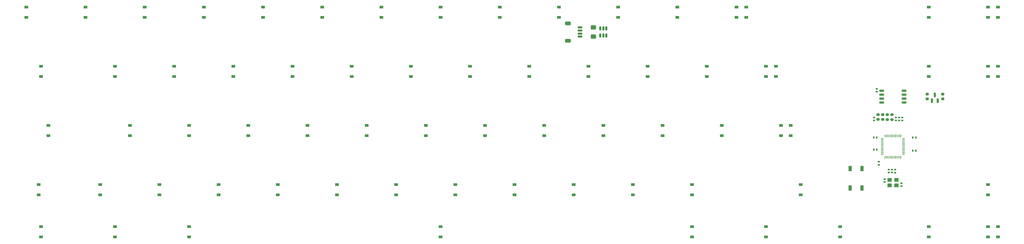
<source format=gbp>
G04 #@! TF.GenerationSoftware,KiCad,Pcbnew,(6.0.8)*
G04 #@! TF.CreationDate,2022-11-13T23:10:32+08:00*
G04 #@! TF.ProjectId,SI_FRL,53495f46-524c-42e6-9b69-6361645f7063,rev?*
G04 #@! TF.SameCoordinates,Original*
G04 #@! TF.FileFunction,Paste,Bot*
G04 #@! TF.FilePolarity,Positive*
%FSLAX46Y46*%
G04 Gerber Fmt 4.6, Leading zero omitted, Abs format (unit mm)*
G04 Created by KiCad (PCBNEW (6.0.8)) date 2022-11-13 23:10:32*
%MOMM*%
%LPD*%
G01*
G04 APERTURE LIST*
G04 Aperture macros list*
%AMRoundRect*
0 Rectangle with rounded corners*
0 $1 Rounding radius*
0 $2 $3 $4 $5 $6 $7 $8 $9 X,Y pos of 4 corners*
0 Add a 4 corners polygon primitive as box body*
4,1,4,$2,$3,$4,$5,$6,$7,$8,$9,$2,$3,0*
0 Add four circle primitives for the rounded corners*
1,1,$1+$1,$2,$3*
1,1,$1+$1,$4,$5*
1,1,$1+$1,$6,$7*
1,1,$1+$1,$8,$9*
0 Add four rect primitives between the rounded corners*
20,1,$1+$1,$2,$3,$4,$5,0*
20,1,$1+$1,$4,$5,$6,$7,0*
20,1,$1+$1,$6,$7,$8,$9,0*
20,1,$1+$1,$8,$9,$2,$3,0*%
G04 Aperture macros list end*
%ADD10R,1.200000X0.900000*%
%ADD11RoundRect,0.140000X-0.140000X-0.170000X0.140000X-0.170000X0.140000X0.170000X-0.140000X0.170000X0*%
%ADD12RoundRect,0.225000X0.250000X-0.225000X0.250000X0.225000X-0.250000X0.225000X-0.250000X-0.225000X0*%
%ADD13RoundRect,0.140000X0.140000X0.170000X-0.140000X0.170000X-0.140000X-0.170000X0.140000X-0.170000X0*%
%ADD14RoundRect,0.140000X-0.170000X0.140000X-0.170000X-0.140000X0.170000X-0.140000X0.170000X0.140000X0*%
%ADD15RoundRect,0.140000X0.170000X-0.140000X0.170000X0.140000X-0.170000X0.140000X-0.170000X-0.140000X0*%
%ADD16RoundRect,0.150000X0.150000X-0.587500X0.150000X0.587500X-0.150000X0.587500X-0.150000X-0.587500X0*%
%ADD17RoundRect,0.250001X-0.624999X0.462499X-0.624999X-0.462499X0.624999X-0.462499X0.624999X0.462499X0*%
%ADD18R,1.400000X1.200000*%
%ADD19R,1.000000X1.700000*%
%ADD20RoundRect,0.135000X-0.185000X0.135000X-0.185000X-0.135000X0.185000X-0.135000X0.185000X0.135000X0*%
%ADD21RoundRect,0.200000X0.275000X-0.200000X0.275000X0.200000X-0.275000X0.200000X-0.275000X-0.200000X0*%
%ADD22RoundRect,0.150000X0.150000X-0.512500X0.150000X0.512500X-0.150000X0.512500X-0.150000X-0.512500X0*%
%ADD23RoundRect,0.150000X0.650000X0.150000X-0.650000X0.150000X-0.650000X-0.150000X0.650000X-0.150000X0*%
%ADD24RoundRect,0.150000X0.625000X-0.150000X0.625000X0.150000X-0.625000X0.150000X-0.625000X-0.150000X0*%
%ADD25RoundRect,0.250000X0.650000X-0.350000X0.650000X0.350000X-0.650000X0.350000X-0.650000X-0.350000X0*%
%ADD26RoundRect,0.050000X0.387500X0.050000X-0.387500X0.050000X-0.387500X-0.050000X0.387500X-0.050000X0*%
%ADD27RoundRect,0.050000X0.050000X0.387500X-0.050000X0.387500X-0.050000X-0.387500X0.050000X-0.387500X0*%
%ADD28RoundRect,0.200000X-0.275000X0.200000X-0.275000X-0.200000X0.275000X-0.200000X0.275000X0.200000X0*%
G04 APERTURE END LIST*
D10*
X222250000Y-64356250D03*
X222250000Y-61056250D03*
X93662500Y-26256250D03*
X93662500Y-22956250D03*
X136525000Y-45306250D03*
X136525000Y-42006250D03*
X15081250Y-45306250D03*
X15081250Y-42006250D03*
D11*
X293320000Y-50100000D03*
X294280000Y-50100000D03*
D10*
X150812500Y-26256250D03*
X150812500Y-22956250D03*
X250825000Y-45306250D03*
X250825000Y-42006250D03*
X193675000Y-45306250D03*
X193675000Y-42006250D03*
X179387500Y-7206250D03*
X179387500Y-3906250D03*
D12*
X283600000Y-40075000D03*
X283600000Y-38525000D03*
D13*
X281680000Y-45900000D03*
X280720000Y-45900000D03*
D14*
X285600000Y-56220000D03*
X285600000Y-57180000D03*
D10*
X74612500Y-26256250D03*
X74612500Y-22956250D03*
X317500000Y-7206250D03*
X317500000Y-3906250D03*
X7937500Y-7206250D03*
X7937500Y-3906250D03*
X298450000Y-7206250D03*
X298450000Y-3906250D03*
X26987500Y-7206250D03*
X26987500Y-3906250D03*
D15*
X287900000Y-40380000D03*
X287900000Y-39420000D03*
D10*
X269875000Y-77850000D03*
X269875000Y-74550000D03*
X217487500Y-7206250D03*
X217487500Y-3906250D03*
X36512500Y-77850000D03*
X36512500Y-74550000D03*
X212725000Y-45306250D03*
X212725000Y-42006250D03*
D14*
X286600000Y-56220000D03*
X286600000Y-57180000D03*
D10*
X141287500Y-77850000D03*
X141287500Y-74550000D03*
X60325000Y-45306250D03*
X60325000Y-42006250D03*
X320675000Y-7206250D03*
X320675000Y-3906250D03*
X320675000Y-26256250D03*
X320675000Y-22956250D03*
D16*
X301350000Y-34037500D03*
X299450000Y-34037500D03*
X300400000Y-32162500D03*
D10*
X320675000Y-77850000D03*
X320675000Y-74550000D03*
X84137500Y-7206250D03*
X84137500Y-3906250D03*
X131762500Y-26256250D03*
X131762500Y-22956250D03*
D17*
X190500000Y-10418750D03*
X190500000Y-13393750D03*
D10*
X246062500Y-77850000D03*
X246062500Y-74550000D03*
X31750000Y-64356250D03*
X31750000Y-61056250D03*
X98425000Y-45306250D03*
X98425000Y-42006250D03*
X117475000Y-45306250D03*
X117475000Y-42006250D03*
X122237500Y-7206250D03*
X122237500Y-3906250D03*
X160337500Y-7206250D03*
X160337500Y-3906250D03*
X55562500Y-26256250D03*
X55562500Y-22956250D03*
D11*
X293320000Y-45900000D03*
X294280000Y-45900000D03*
D10*
X41275000Y-45306250D03*
X41275000Y-42006250D03*
X203200000Y-64356250D03*
X203200000Y-61056250D03*
D15*
X289900001Y-40380000D03*
X289900001Y-39420000D03*
D10*
X298450000Y-77850000D03*
X298450000Y-74550000D03*
X236537500Y-7206250D03*
X236537500Y-3906250D03*
X165100000Y-64356250D03*
X165100000Y-61056250D03*
X198437500Y-7206250D03*
X198437500Y-3906250D03*
X112712500Y-26256250D03*
X112712500Y-22956250D03*
X12700000Y-77850000D03*
X12700000Y-74550000D03*
D18*
X288000000Y-61250000D03*
X285800000Y-61250000D03*
X285800000Y-59550000D03*
X288000000Y-59550000D03*
D15*
X280800000Y-40380000D03*
X280800000Y-39420000D03*
D10*
X298450000Y-26256250D03*
X298450000Y-22956250D03*
X227012500Y-26256250D03*
X227012500Y-22956250D03*
X188912500Y-26256250D03*
X188912500Y-22956250D03*
X103187500Y-7206250D03*
X103187500Y-3906250D03*
X174625000Y-45306250D03*
X174625000Y-42006250D03*
X231775000Y-45306250D03*
X231775000Y-42006250D03*
X36512500Y-26256250D03*
X36512500Y-22956250D03*
D13*
X281679999Y-49800000D03*
X280719999Y-49800000D03*
D12*
X302900000Y-33475000D03*
X302900000Y-31925000D03*
D14*
X289600000Y-60620000D03*
X289600000Y-61580000D03*
D10*
X60325000Y-77850000D03*
X60325000Y-74550000D03*
D19*
X273100000Y-55850000D03*
X273100000Y-62150000D03*
X276900000Y-62150000D03*
X276900000Y-55850000D03*
D20*
X282400000Y-53640000D03*
X282400000Y-54660000D03*
D10*
X317500000Y-77850000D03*
X317500000Y-74550000D03*
X207962500Y-26256250D03*
X207962500Y-22956250D03*
X88900000Y-64356250D03*
X88900000Y-61056250D03*
X65087500Y-7206250D03*
X65087500Y-3906250D03*
D12*
X297899998Y-33475000D03*
X297899998Y-31925000D03*
D10*
X254000000Y-45306250D03*
X254000000Y-42006250D03*
X11906250Y-64356250D03*
X11906250Y-61056250D03*
D21*
X285100000Y-40125000D03*
X285100000Y-38475000D03*
D22*
X194625000Y-13043750D03*
X193675000Y-13043750D03*
X192725000Y-13043750D03*
X192725000Y-10768750D03*
X193675000Y-10768750D03*
X194625000Y-10768750D03*
D20*
X287600000Y-56190000D03*
X287600000Y-57210000D03*
D10*
X141287500Y-7206250D03*
X141287500Y-3906250D03*
X127000000Y-64356250D03*
X127000000Y-61056250D03*
X249237500Y-26256250D03*
X249237500Y-22956250D03*
X239712500Y-7206250D03*
X239712500Y-3906250D03*
X246062500Y-26256250D03*
X246062500Y-22956250D03*
X184150000Y-64356250D03*
X184150000Y-61056250D03*
X317500000Y-26256250D03*
X317500000Y-22956250D03*
X107950000Y-64356250D03*
X107950000Y-61056250D03*
D23*
X290500000Y-30795000D03*
X290500000Y-32065000D03*
X290500000Y-33335000D03*
X290500000Y-34605000D03*
X283300000Y-34605000D03*
X283300000Y-33335000D03*
X283300000Y-32065000D03*
X283300000Y-30795000D03*
D10*
X146050000Y-64356250D03*
X146050000Y-61056250D03*
X257175000Y-64356250D03*
X257175000Y-61056250D03*
D15*
X284200000Y-60180000D03*
X284200000Y-59220000D03*
D24*
X186150000Y-13406250D03*
X186150000Y-12406250D03*
X186150000Y-11406250D03*
X186150000Y-10406250D03*
D25*
X182275000Y-14706250D03*
X182275000Y-9106250D03*
D10*
X69850000Y-64356250D03*
X69850000Y-61056250D03*
X46037500Y-7206250D03*
X46037500Y-3906250D03*
X79375000Y-45306250D03*
X79375000Y-42006250D03*
X317500000Y-64356250D03*
X317500000Y-61056250D03*
D15*
X288900000Y-40380000D03*
X288900000Y-39420000D03*
D26*
X290337500Y-46200000D03*
X290337500Y-46600000D03*
X290337500Y-47000000D03*
X290337500Y-47400000D03*
X290337500Y-47800000D03*
X290337500Y-48200000D03*
X290337500Y-48600000D03*
X290337500Y-49000000D03*
X290337500Y-49400000D03*
X290337500Y-49800000D03*
X290337500Y-50200000D03*
X290337500Y-50600000D03*
X290337500Y-51000000D03*
X290337500Y-51400000D03*
D27*
X289500000Y-52237500D03*
X289100000Y-52237500D03*
X288700000Y-52237500D03*
X288300000Y-52237500D03*
X287900000Y-52237500D03*
X287500000Y-52237500D03*
X287100000Y-52237500D03*
X286700000Y-52237500D03*
X286300000Y-52237500D03*
X285900000Y-52237500D03*
X285500000Y-52237500D03*
X285100000Y-52237500D03*
X284700000Y-52237500D03*
X284300000Y-52237500D03*
D26*
X283462500Y-51400000D03*
X283462500Y-51000000D03*
X283462500Y-50600000D03*
X283462500Y-50200000D03*
X283462500Y-49800000D03*
X283462500Y-49400000D03*
X283462500Y-49000000D03*
X283462500Y-48600000D03*
X283462500Y-48200000D03*
X283462500Y-47800000D03*
X283462500Y-47400000D03*
X283462500Y-47000000D03*
X283462500Y-46600000D03*
X283462500Y-46200000D03*
D27*
X284300000Y-45362500D03*
X284700000Y-45362500D03*
X285100000Y-45362500D03*
X285500000Y-45362500D03*
X285900000Y-45362500D03*
X286300000Y-45362500D03*
X286700000Y-45362500D03*
X287100000Y-45362500D03*
X287500000Y-45362500D03*
X287900000Y-45362500D03*
X288300000Y-45362500D03*
X288700000Y-45362500D03*
X289100000Y-45362500D03*
X289500000Y-45362500D03*
D10*
X169862500Y-26256250D03*
X169862500Y-22956250D03*
D28*
X286600000Y-38475000D03*
X286600000Y-40125000D03*
D14*
X281700000Y-30220000D03*
X281700000Y-31180000D03*
D10*
X155575000Y-45306250D03*
X155575000Y-42006250D03*
X12700000Y-26256250D03*
X12700000Y-22956250D03*
X222250000Y-77850000D03*
X222250000Y-74550000D03*
D12*
X282100000Y-40075000D03*
X282100000Y-38525000D03*
D10*
X50800000Y-64356250D03*
X50800000Y-61056250D03*
M02*

</source>
